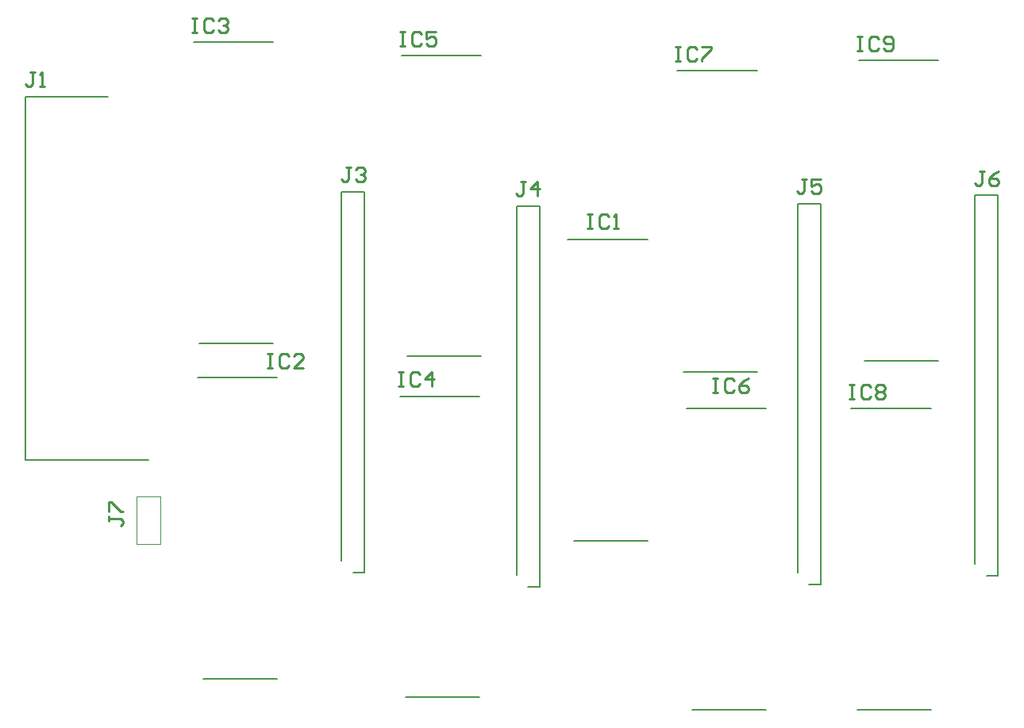
<source format=gto>
G04*
G04 #@! TF.GenerationSoftware,Altium Limited,Altium Designer,23.1.1 (15)*
G04*
G04 Layer_Color=65535*
%FSLAX25Y25*%
%MOIN*%
G70*
G04*
G04 #@! TF.SameCoordinates,AD0B2A01-48E7-494C-B2D7-7D24B3A8B6D3*
G04*
G04*
G04 #@! TF.FilePolarity,Positive*
G04*
G01*
G75*
%ADD10C,0.00394*%
%ADD11C,0.00787*%
%ADD12C,0.01000*%
D10*
X117500Y253500D02*
X127500D01*
X117500Y233500D02*
Y253500D01*
Y233500D02*
X127500D01*
Y253500D01*
D11*
X143216Y303248D02*
X176622D01*
X145638Y176752D02*
X176622D01*
X298716Y361248D02*
X332122D01*
X301138Y234752D02*
X332122D01*
X348587Y290248D02*
X381992D01*
X351008Y163752D02*
X381992D01*
X71047Y421557D02*
X105693D01*
X71047Y268801D02*
Y421557D01*
Y268801D02*
X122583D01*
X474500Y220000D02*
X479402D01*
Y380000D01*
X469599D02*
X479402D01*
X469599Y225000D02*
Y380000D01*
X400000Y216500D02*
X404902D01*
Y376500D01*
X395099D02*
X404902D01*
X395099Y221500D02*
Y376500D01*
X277099Y220500D02*
Y375500D01*
X286902D01*
Y215500D02*
Y375500D01*
X282000Y215500D02*
X286902D01*
X203599Y226500D02*
Y381500D01*
X213402D01*
Y221500D02*
Y381500D01*
X208500Y221500D02*
X213402D01*
X423378Y310252D02*
X454362D01*
X420957Y436748D02*
X454362D01*
X420138Y163752D02*
X451122D01*
X417716Y290248D02*
X451122D01*
X344716Y432248D02*
X378122D01*
X347138Y305752D02*
X378122D01*
X231378Y312252D02*
X262362D01*
X228957Y438748D02*
X262362D01*
X230678Y168985D02*
X261662D01*
X228256Y295481D02*
X261662D01*
X144008Y317752D02*
X174992D01*
X141587Y444248D02*
X174992D01*
D12*
X74999Y431598D02*
X72999D01*
X73999D01*
Y426600D01*
X72999Y425600D01*
X72000D01*
X71000Y426600D01*
X76998Y425600D02*
X78997D01*
X77998D01*
Y431598D01*
X76998Y430598D01*
X106001Y245000D02*
Y243001D01*
Y244001D01*
X110999D01*
X111999Y243001D01*
Y242001D01*
X110999Y241002D01*
X106001Y247000D02*
Y250998D01*
X107001D01*
X110999Y247000D01*
X111999D01*
X473499Y390098D02*
X471499D01*
X472499D01*
Y385100D01*
X471499Y384100D01*
X470500D01*
X469500Y385100D01*
X479497Y390098D02*
X477497Y389098D01*
X475498Y387099D01*
Y385100D01*
X476498Y384100D01*
X478497D01*
X479497Y385100D01*
Y386099D01*
X478497Y387099D01*
X475498D01*
X398999Y386598D02*
X396999D01*
X397999D01*
Y381600D01*
X396999Y380600D01*
X396000D01*
X395000Y381600D01*
X404997Y386598D02*
X400998D01*
Y383599D01*
X402997Y384599D01*
X403997D01*
X404997Y383599D01*
Y381600D01*
X403997Y380600D01*
X401998D01*
X400998Y381600D01*
X280999Y385598D02*
X278999D01*
X279999D01*
Y380600D01*
X278999Y379600D01*
X278000D01*
X277000Y380600D01*
X285997Y379600D02*
Y385598D01*
X282998Y382599D01*
X286997D01*
X207499Y391598D02*
X205499D01*
X206499D01*
Y386600D01*
X205499Y385600D01*
X204500D01*
X203500Y386600D01*
X209498Y390598D02*
X210498Y391598D01*
X212497D01*
X213497Y390598D01*
Y389599D01*
X212497Y388599D01*
X211497D01*
X212497D01*
X213497Y387599D01*
Y386600D01*
X212497Y385600D01*
X210498D01*
X209498Y386600D01*
X420200Y446798D02*
X422199D01*
X421200D01*
Y440800D01*
X420200D01*
X422199D01*
X429197Y445798D02*
X428197Y446798D01*
X426198D01*
X425198Y445798D01*
Y441800D01*
X426198Y440800D01*
X428197D01*
X429197Y441800D01*
X431196D02*
X432196Y440800D01*
X434196D01*
X435195Y441800D01*
Y445798D01*
X434196Y446798D01*
X432196D01*
X431196Y445798D01*
Y444799D01*
X432196Y443799D01*
X435195D01*
X417000Y300298D02*
X418999D01*
X418000D01*
Y294300D01*
X417000D01*
X418999D01*
X425997Y299298D02*
X424997Y300298D01*
X422998D01*
X421998Y299298D01*
Y295300D01*
X422998Y294300D01*
X424997D01*
X425997Y295300D01*
X427996Y299298D02*
X428996Y300298D01*
X430996D01*
X431995Y299298D01*
Y298299D01*
X430996Y297299D01*
X431995Y296299D01*
Y295300D01*
X430996Y294300D01*
X428996D01*
X427996Y295300D01*
Y296299D01*
X428996Y297299D01*
X427996Y298299D01*
Y299298D01*
X428996Y297299D02*
X430996D01*
X344000Y442298D02*
X345999D01*
X345000D01*
Y436300D01*
X344000D01*
X345999D01*
X352997Y441298D02*
X351997Y442298D01*
X349998D01*
X348998Y441298D01*
Y437300D01*
X349998Y436300D01*
X351997D01*
X352997Y437300D01*
X354996Y442298D02*
X358995D01*
Y441298D01*
X354996Y437300D01*
Y436300D01*
X359502Y302999D02*
X361502D01*
X360502D01*
Y297001D01*
X359502D01*
X361502D01*
X368499Y301999D02*
X367500Y302999D01*
X365500D01*
X364501Y301999D01*
Y298001D01*
X365500Y297001D01*
X367500D01*
X368499Y298001D01*
X374498Y302999D02*
X372498Y301999D01*
X370499Y300000D01*
Y298001D01*
X371498Y297001D01*
X373498D01*
X374498Y298001D01*
Y299000D01*
X373498Y300000D01*
X370499D01*
X228200Y448798D02*
X230199D01*
X229200D01*
Y442800D01*
X228200D01*
X230199D01*
X237197Y447798D02*
X236197Y448798D01*
X234198D01*
X233198Y447798D01*
Y443800D01*
X234198Y442800D01*
X236197D01*
X237197Y443800D01*
X243195Y448798D02*
X239196D01*
Y445799D01*
X241196Y446799D01*
X242196D01*
X243195Y445799D01*
Y443800D01*
X242196Y442800D01*
X240196D01*
X239196Y443800D01*
X227500Y305598D02*
X229499D01*
X228500D01*
Y299600D01*
X227500D01*
X229499D01*
X236497Y304598D02*
X235497Y305598D01*
X233498D01*
X232498Y304598D01*
Y300600D01*
X233498Y299600D01*
X235497D01*
X236497Y300600D01*
X241495Y299600D02*
Y305598D01*
X238496Y302599D01*
X242495D01*
X140900Y454298D02*
X142899D01*
X141900D01*
Y448300D01*
X140900D01*
X142899D01*
X149897Y453298D02*
X148897Y454298D01*
X146898D01*
X145898Y453298D01*
Y449300D01*
X146898Y448300D01*
X148897D01*
X149897Y449300D01*
X151896Y453298D02*
X152896Y454298D01*
X154895D01*
X155895Y453298D01*
Y452299D01*
X154895Y451299D01*
X153896D01*
X154895D01*
X155895Y450299D01*
Y449300D01*
X154895Y448300D01*
X152896D01*
X151896Y449300D01*
X172502Y313499D02*
X174502D01*
X173502D01*
Y307501D01*
X172502D01*
X174502D01*
X181500Y312499D02*
X180500Y313499D01*
X178500D01*
X177501Y312499D01*
Y308501D01*
X178500Y307501D01*
X180500D01*
X181500Y308501D01*
X187498Y307501D02*
X183499D01*
X187498Y311500D01*
Y312499D01*
X186498Y313499D01*
X184499D01*
X183499Y312499D01*
X307002Y371999D02*
X309001D01*
X308002D01*
Y366001D01*
X307002D01*
X309001D01*
X315999Y370999D02*
X315000Y371999D01*
X313000D01*
X312000Y370999D01*
Y367001D01*
X313000Y366001D01*
X315000D01*
X315999Y367001D01*
X317999Y366001D02*
X319998D01*
X318998D01*
Y371999D01*
X317999Y370999D01*
M02*

</source>
